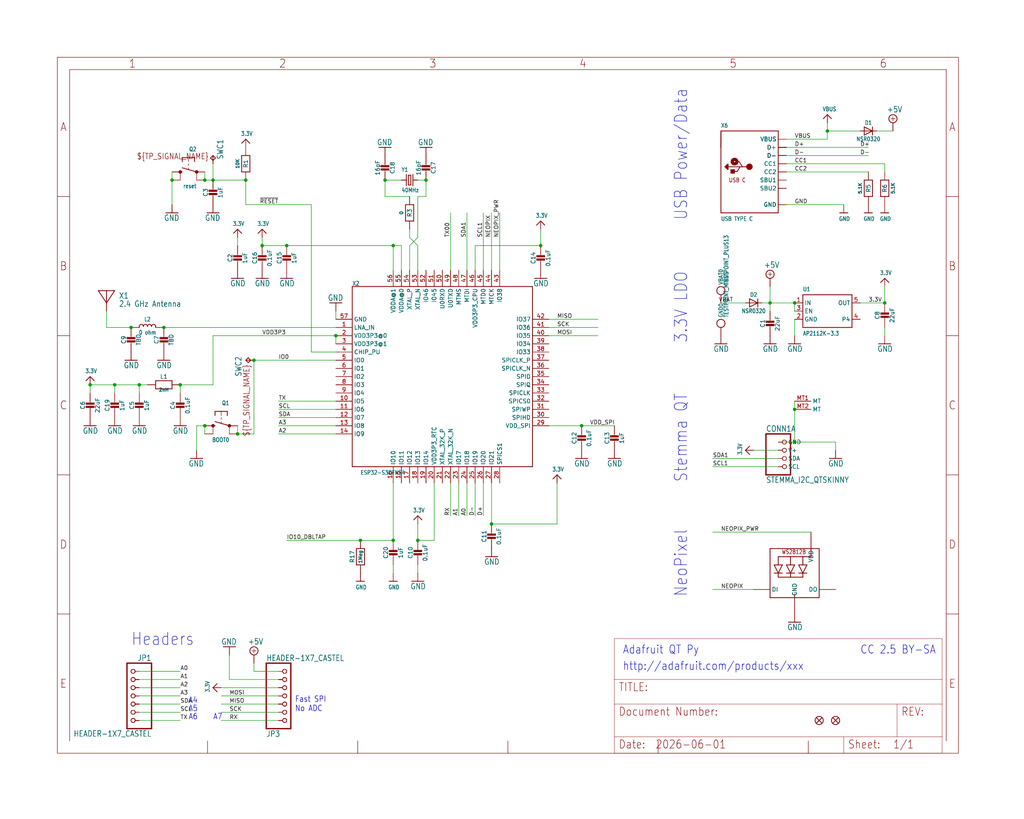
<source format=kicad_sch>
(kicad_sch (version 20231120) (generator "eeschema") (generator_version "8.0")
  (paper "User" 317.5 254.127)
  (junction (at 167.64 76.2))
  (junction (at 246.38 93.98))
  (junction (at 246.38 127))
  (junction (at 104.14 104.14))
  (junction (at 180.34 132.08))
  (junction (at 27.94 119.38))
  (junction (at 152.4 162.56))
  (junction (at 73.66 134.62))
  (junction (at 132.08 55.88))
  (junction (at 121.92 76.2))
  (junction (at 63.5 55.88))
  (junction (at 35.56 119.38))
  (junction (at 53.34 55.88))
  (junction (at 246.38 137.16))
  (junction (at 55.88 119.38))
  (junction (at 76.2 55.88))
  (junction (at 238.76 93.98))
  (junction (at 50.8 101.6))
  (junction (at 274.32 93.98))
  (junction (at 43.18 119.38))
  (junction (at 78.74 111.76))
  (junction (at 256.54 40.64))
  (junction (at 63.5 132.08))
  (junction (at 40.64 101.6))
  (junction (at 111.76 167.64))
  (junction (at 121.92 167.64))
  (junction (at 119.38 55.88))
  (junction (at 88.9 76.2))
  (junction (at 66.04 55.88))
  (junction (at 81.28 76.2))
  (junction (at 129.54 167.64))
  (wire (pts (xy 246.38 124.46) (xy 246.38 127)) (stroke (width 0.1524)))
  (wire (pts (xy 129.54 60.96) (xy 129.54 73.66)) (stroke (width 0.1524)))
  (wire (pts (xy 243.84 48.26) (xy 269.24 48.26)) (stroke (width 0.1524)))
  (wire (pts (xy 66.04 104.14) (xy 104.14 104.14)) (stroke (width 0.1524)))
  (wire (pts (xy 73.66 132.08) (xy 73.66 134.62)) (stroke (width 0.1524)))
  (wire (pts (xy 43.18 121.92) (xy 43.18 119.38)) (stroke (width 0.1524)))
  (wire (pts (xy 124.46 55.88) (xy 119.38 55.88)) (stroke (width 0.1524)))
  (wire (pts (xy 256.54 40.64) (xy 256.54 43.18)) (stroke (width 0.1524)))
  (wire (pts (xy 142.24 160.02) (xy 142.24 149.86)) (stroke (width 0.1524)))
  (wire (pts (xy 104.14 104.14) (xy 104.14 106.68)) (stroke (width 0.1524)))
  (wire (pts (xy 223.52 93.98) (xy 231.14 93.98)) (stroke (width 0.1524)))
  (wire (pts (xy 63.5 55.88) (xy 66.04 55.88)) (stroke (width 0.1524)))
  (wire (pts (xy 86.36 220.98) (xy 68.58 220.98)) (stroke (width 0.1524)))
  (wire (pts (xy 129.54 162.56) (xy 129.54 167.64)) (stroke (width 0.1524)))
  (wire (pts (xy 86.36 134.62) (xy 104.14 134.62)) (stroke (width 0.1524)))
  (wire (pts (xy 134.62 167.64) (xy 134.62 149.86)) (stroke (width 0.1524)))
  (wire (pts (xy 35.56 121.92) (xy 35.56 119.38)) (stroke (width 0.1524)))
  (wire (pts (xy 274.32 50.8) (xy 274.32 53.34)) (stroke (width 0.1524)))
  (wire (pts (xy 86.36 127) (xy 104.14 127)) (stroke (width 0.1524)))
  (wire (pts (xy 241.3 139.7) (xy 233.68 139.7)) (stroke (width 0.1524)))
  (wire (pts (xy 43.18 215.9) (xy 55.88 215.9)) (stroke (width 0.1524)))
  (wire (pts (xy 149.86 160.02) (xy 149.86 149.86)) (stroke (width 0.1524)))
  (wire (pts (xy 256.54 43.18) (xy 243.84 43.18)) (stroke (width 0.1524)))
  (wire (pts (xy 256.54 40.64) (xy 266.7 40.64)) (stroke (width 0.1524)))
  (wire (pts (xy 238.76 96.52) (xy 238.76 93.98)) (stroke (width 0.1524)))
  (wire (pts (xy 233.68 182.88) (xy 220.98 182.88)) (stroke (width 0.1524)))
  (wire (pts (xy 35.56 119.38) (xy 27.94 119.38)) (stroke (width 0.1524)))
  (wire (pts (xy 60.96 139.7) (xy 60.96 132.08)) (stroke (width 0.1524)))
  (wire (pts (xy 144.78 160.02) (xy 144.78 149.86)) (stroke (width 0.1524)))
  (wire (pts (xy 241.3 137.16) (xy 246.38 137.16)) (stroke (width 0.1524)))
  (wire (pts (xy 124.46 76.2) (xy 124.46 83.82)) (stroke (width 0.1524)))
  (wire (pts (xy 86.36 213.36) (xy 68.58 213.36)) (stroke (width 0.1524)))
  (wire (pts (xy 86.36 223.52) (xy 68.58 223.52)) (stroke (width 0.1524)))
  (wire (pts (xy 238.76 93.98) (xy 246.38 93.98)) (stroke (width 0.1524)))
  (wire (pts (xy 78.74 134.62) (xy 78.74 111.76)) (stroke (width 0.1524)))
  (wire (pts (xy 154.94 83.82) (xy 154.94 66.04)) (stroke (width 0.1524)))
  (wire (pts (xy 86.36 132.08) (xy 104.14 132.08)) (stroke (width 0.1524)))
  (wire (pts (xy 86.36 208.28) (xy 78.74 208.28)) (stroke (width 0.1524)))
  (wire (pts (xy 76.2 63.5) (xy 96.52 63.5)) (stroke (width 0.1524)))
  (wire (pts (xy 259.08 137.16) (xy 259.08 139.7)) (stroke (width 0.1524)))
  (wire (pts (xy 121.92 83.82) (xy 121.92 76.2)) (stroke (width 0.1524)))
  (wire (pts (xy 139.7 149.86) (xy 139.7 160.02)) (stroke (width 0.1524)))
  (wire (pts (xy 73.66 73.66) (xy 73.66 76.2)) (stroke (width 0.1524)))
  (wire (pts (xy 129.54 60.96) (xy 132.08 60.96)) (stroke (width 0.1524)))
  (wire (pts (xy 43.18 223.52) (xy 55.88 223.52)) (stroke (width 0.1524)))
  (wire (pts (xy 170.18 99.06) (xy 185.42 99.06)) (stroke (width 0.1524)))
  (wire (pts (xy 66.04 104.14) (xy 66.04 119.38)) (stroke (width 0.1524)))
  (wire (pts (xy 170.18 132.08) (xy 180.34 132.08)) (stroke (width 0.1524)))
  (wire (pts (xy 104.14 99.06) (xy 104.14 96.52)) (stroke (width 0.1524)))
  (wire (pts (xy 139.7 83.82) (xy 139.7 66.04)) (stroke (width 0.1524)))
  (wire (pts (xy 33.02 101.6) (xy 33.02 96.52)) (stroke (width 0.1524)))
  (wire (pts (xy 132.08 55.88) (xy 129.54 55.88)) (stroke (width 0.1524)))
  (wire (pts (xy 81.28 76.2) (xy 88.9 76.2)) (stroke (width 0.1524)))
  (wire (pts (xy 243.84 53.34) (xy 269.24 53.34)) (stroke (width 0.1524)))
  (wire (pts (xy 152.4 162.56) (xy 172.72 162.56)) (stroke (width 0.1524)))
  (wire (pts (xy 43.18 220.98) (xy 55.88 220.98)) (stroke (width 0.1524)))
  (wire (pts (xy 147.32 83.82) (xy 147.32 76.2)) (stroke (width 0.1524)))
  (wire (pts (xy 45.72 119.38) (xy 43.18 119.38)) (stroke (width 0.1524)))
  (wire (pts (xy 241.3 144.78) (xy 220.98 144.78)) (stroke (width 0.1524)))
  (wire (pts (xy 55.88 213.36) (xy 43.18 213.36)) (stroke (width 0.1524)))
  (wire (pts (xy 121.92 149.86) (xy 121.92 167.64)) (stroke (width 0.1524)))
  (wire (pts (xy 129.54 177.8) (xy 129.54 175.26)) (stroke (width 0.1524)))
  (wire (pts (xy 271.78 40.64) (xy 276.86 40.64)) (stroke (width 0.1524)))
  (wire (pts (xy 127 60.96) (xy 119.38 60.96)) (stroke (width 0.1524)))
  (wire (pts (xy 241.3 142.24) (xy 220.98 142.24)) (stroke (width 0.1524)))
  (wire (pts (xy 88.9 76.2) (xy 121.92 76.2)) (stroke (width 0.1524)))
  (wire (pts (xy 266.7 93.98) (xy 274.32 93.98)) (stroke (width 0.1524)))
  (wire (pts (xy 251.46 165.1) (xy 220.98 165.1)) (stroke (width 0.1524)))
  (wire (pts (xy 246.38 127) (xy 246.38 137.16)) (stroke (width 0.1524)))
  (wire (pts (xy 63.5 55.88) (xy 63.5 53.34)) (stroke (width 0.1524)))
  (wire (pts (xy 76.2 55.88) (xy 76.2 63.5)) (stroke (width 0.1524)))
  (wire (pts (xy 121.92 76.2) (xy 124.46 76.2)) (stroke (width 0.1524)))
  (wire (pts (xy 129.54 76.2) (xy 129.54 83.82)) (stroke (width 0.1524)))
  (wire (pts (xy 127 73.66) (xy 129.54 76.2)) (stroke (width 0.1524)))
  (wire (pts (xy 27.94 121.92) (xy 27.94 119.38)) (stroke (width 0.1524)))
  (wire (pts (xy 147.32 76.2) (xy 167.64 76.2)) (stroke (width 0.1524)))
  (wire (pts (xy 246.38 137.16) (xy 259.08 137.16)) (stroke (width 0.1524)))
  (wire (pts (xy 71.12 210.82) (xy 71.12 203.2)) (stroke (width 0.1524)))
  (wire (pts (xy 78.74 208.28) (xy 78.74 205.74)) (stroke (width 0.1524)))
  (wire (pts (xy 81.28 73.66) (xy 81.28 76.2)) (stroke (width 0.1524)))
  (wire (pts (xy 152.4 83.82) (xy 152.4 66.04)) (stroke (width 0.1524)))
  (wire (pts (xy 129.54 73.66) (xy 127 76.2)) (stroke (width 0.1524)))
  (wire (pts (xy 180.34 132.08) (xy 190.5 132.08)) (stroke (width 0.1524)))
  (wire (pts (xy 73.66 134.62) (xy 78.74 134.62)) (stroke (width 0.1524)))
  (wire (pts (xy 170.18 101.6) (xy 185.42 101.6)) (stroke (width 0.1524)))
  (wire (pts (xy 147.32 160.02) (xy 147.32 149.86)) (stroke (width 0.1524)))
  (wire (pts (xy 66.04 119.38) (xy 55.88 119.38)) (stroke (width 0.1524)))
  (wire (pts (xy 132.08 60.96) (xy 132.08 55.88)) (stroke (width 0.1524)))
  (wire (pts (xy 86.36 124.46) (xy 104.14 124.46)) (stroke (width 0.1524)))
  (wire (pts (xy 238.76 88.9) (xy 238.76 93.98)) (stroke (width 0.1524)))
  (wire (pts (xy 243.84 45.72) (xy 269.24 45.72)) (stroke (width 0.1524)))
  (wire (pts (xy 152.4 149.86) (xy 152.4 162.56)) (stroke (width 0.1524)))
  (wire (pts (xy 50.8 101.6) (xy 104.14 101.6)) (stroke (width 0.1524)))
  (wire (pts (xy 66.04 50.8) (xy 66.04 55.88)) (stroke (width 0.1524)))
  (wire (pts (xy 261.62 63.5) (xy 243.84 63.5)) (stroke (width 0.1524)))
  (wire (pts (xy 96.52 109.22) (xy 96.52 63.5)) (stroke (width 0.1524)))
  (wire (pts (xy 127 71.12) (xy 127 73.66)) (stroke (width 0.1524)))
  (wire (pts (xy 86.36 218.44) (xy 68.58 218.44)) (stroke (width 0.1524)))
  (wire (pts (xy 274.32 88.9) (xy 274.32 93.98)) (stroke (width 0.1524)))
  (wire (pts (xy 246.38 96.52) (xy 246.38 93.98)) (stroke (width 0.1524)))
  (wire (pts (xy 43.18 210.82) (xy 55.88 210.82)) (stroke (width 0.1524)))
  (wire (pts (xy 63.5 134.62) (xy 63.5 132.08)) (stroke (width 0.1524)))
  (wire (pts (xy 274.32 104.14) (xy 274.32 101.6)) (stroke (width 0.1524)))
  (wire (pts (xy 243.84 50.8) (xy 274.32 50.8)) (stroke (width 0.1524)))
  (wire (pts (xy 127 76.2) (xy 127 83.82)) (stroke (width 0.1524)))
  (wire (pts (xy 86.36 210.82) (xy 71.12 210.82)) (stroke (width 0.1524)))
  (wire (pts (xy 246.38 99.06) (xy 246.38 104.14)) (stroke (width 0.1524)))
  (wire (pts (xy 172.72 162.56) (xy 172.72 149.86)) (stroke (width 0.1524)))
  (wire (pts (xy 53.34 53.34) (xy 53.34 55.88)) (stroke (width 0.1524)))
  (wire (pts (xy 43.18 119.38) (xy 35.56 119.38)) (stroke (width 0.1524)))
  (wire (pts (xy 86.36 215.9) (xy 68.58 215.9)) (stroke (width 0.1524)))
  (wire (pts (xy 104.14 111.76) (xy 78.74 111.76)) (stroke (width 0.1524)))
  (wire (pts (xy 236.22 93.98) (xy 238.76 93.98)) (stroke (width 0.1524)))
  (wire (pts (xy 256.54 38.1) (xy 256.54 40.64)) (stroke (width 0.1524)))
  (wire (pts (xy 121.92 177.8) (xy 121.92 175.26)) (stroke (width 0.1524)))
  (wire (pts (xy 40.64 101.6) (xy 33.02 101.6)) (stroke (width 0.1524)))
  (wire (pts (xy 170.18 104.14) (xy 185.42 104.14)) (stroke (width 0.1524)))
  (wire (pts (xy 119.38 60.96) (xy 119.38 55.88)) (stroke (width 0.1524)))
  (wire (pts (xy 144.78 83.82) (xy 144.78 66.04)) (stroke (width 0.1524)))
  (wire (pts (xy 167.64 76.2) (xy 167.64 71.12)) (stroke (width 0.1524)))
  (wire (pts (xy 60.96 132.08) (xy 63.5 132.08)) (stroke (width 0.1524)))
  (wire (pts (xy 104.14 109.22) (xy 96.52 109.22)) (stroke (width 0.1524)))
  (wire (pts (xy 55.88 218.44) (xy 43.18 218.44)) (stroke (width 0.1524)))
  (wire (pts (xy 121.92 167.64) (xy 111.76 167.64)) (stroke (width 0.1524)))
  (wire (pts (xy 129.54 167.64) (xy 134.62 167.64)) (stroke (width 0.1524)))
  (wire (pts (xy 66.04 55.88) (xy 76.2 55.88)) (stroke (width 0.1524)))
  (wire (pts (xy 86.36 129.54) (xy 104.14 129.54)) (stroke (width 0.1524)))
  (wire (pts (xy 53.34 63.5) (xy 53.34 55.88)) (stroke (width 0.1524)))
  (wire (pts (xy 111.76 167.64) (xy 88.9 167.64)) (stroke (width 0.1524)))
  (wire (pts (xy 55.88 208.28) (xy 43.18 208.28)) (stroke (width 0.1524)))
  (wire (pts (xy 55.88 119.38) (xy 55.88 121.92)) (stroke (width 0.1524)))
  (wire (pts (xy 149.86 66.04) (xy 149.86 83.82)) (stroke (width 0.1524)))
  (text "USB Power/Data" (at 213.36 68.58 90) (effects (font (size 3.81 3.2385)) (justify left bottom)))
  (text "CC 2.5 BY-SA" (at 266.7 203.2 0) (effects (font (size 2.54 2.159)) (justify left bottom)))
  (text "A5" (at 58.42 220.98 0) (effects (font (size 1.778 1.5113)) (justify left bottom)))
  (text "Fast SPI\nNo ADC" (at 91.44 220.98 0) (effects (font (size 1.778 1.5113)) (justify left bottom)))
  (text "NeoPixel" (at 213.36 185.42 90) (effects (font (size 3.81 3.2385)) (justify left bottom)))
  (text "Stemma QT" (at 213.36 149.86 90) (effects (font (size 3.81 3.2385)) (justify left bottom)))
  (text "A4" (at 58.42 218.44 0) (effects (font (size 1.778 1.5113)) (justify left bottom)))
  (text "Adafruit QT Py" (at 193.04 203.2 0) (effects (font (size 2.54 2.159)) (justify left bottom)))
  (text "Headers" (at 40.64 200.66 0) (effects (font (size 3.81 3.2385)) (justify left bottom)))
  (text "http://adafruit.com/products/xxx" (at 193.04 208.28 0) (effects (font (size 2.54 2.159)) (justify left bottom)))
  (text "3.3V LDO" (at 213.36 106.68 90) (effects (font (size 3.81 3.2385)) (justify left bottom)))
  (text "A6" (at 58.42 223.52 0) (effects (font (size 1.778 1.5113)) (justify left bottom)))
  (text "A7" (at 66.04 223.52 0) (effects (font (size 1.778 1.5113)) (justify left bottom)))
  (label "VBAT" (at 227.33 93.98 180) (effects (font (size 1.2446 1.2446))))
  (label "MISO" (at 172.72 99.06 0) (effects (font (size 1.2446 1.2446))))
  (label "IO0" (at 86.36 111.76 0) (effects (font (size 1.2446 1.2446))))
  (label "SDA1" (at 144.78 73.66 90) (effects (font (size 1.2446 1.2446))))
  (label "D+" (at 149.86 160.02 90) (effects (font (size 1.2446 1.2446))))
  (label "NEOPIX" (at 152.4 73.66 90) (effects (font (size 1.2446 1.2446))))
  (label "SCK" (at 71.12 220.98 0) (effects (font (size 1.2446 1.2446))))
  (label "NEOPIX_PWR" (at 154.94 73.66 90) (effects (font (size 1.2446 1.2446))))
  (label "CC2" (at 246.38 53.34 0) (effects (font (size 1.2446 1.2446))))
  (label "SCL1" (at 149.86 73.66 90) (effects (font (size 1.2446 1.2446))))
  (label "RX" (at 71.12 223.52 0) (effects (font (size 1.2446 1.2446))))
  (label "D+" (at 266.7 45.72 0) (effects (font (size 1.2446 1.2446))))
  (label "SDA" (at 86.36 129.54 0) (effects (font (size 1.2446 1.2446))))
  (label "SDA" (at 55.88 218.44 0) (effects (font (size 1.2446 1.2446))))
  (label "NEOPIX_PWR" (at 223.52 165.1 0) (effects (font (size 1.2446 1.2446))))
  (label "IO10_DBLTAP" (at 88.9 167.64 0) (effects (font (size 1.2446 1.2446))))
  (label "VDD3P3" (at 81.28 104.14 0) (effects (font (size 1.2446 1.2446))))
  (label "SDA1" (at 220.98 142.24 0) (effects (font (size 1.2446 1.2446))))
  (label "~{RESET}" (at 86.36 63.5 180) (effects (font (size 1.2446 1.2446))))
  (label "TX00" (at 139.7 73.66 90) (effects (font (size 1.2446 1.2446))))
  (label "GND" (at 246.38 63.5 0) (effects (font (size 1.2446 1.2446))))
  (label "D-" (at 147.32 160.02 90) (effects (font (size 1.2446 1.2446))))
  (label "A0" (at 144.78 160.02 90) (effects (font (size 1.2446 1.2446))))
  (label "CC1" (at 246.38 50.8 0) (effects (font (size 1.2446 1.2446))))
  (label "D+" (at 246.38 45.72 0) (effects (font (size 1.2446 1.2446))))
  (label "A1" (at 55.88 210.82 0) (effects (font (size 1.2446 1.2446))))
  (label "SCK" (at 172.72 101.6 0) (effects (font (size 1.2446 1.2446))))
  (label "TX" (at 55.88 223.52 0) (effects (font (size 1.2446 1.2446))))
  (label "VBUS" (at 246.38 43.18 0) (effects (font (size 1.2446 1.2446))))
  (label "3.3V" (at 269.24 93.98 0) (effects (font (size 1.2446 1.2446))))
  (label "A3" (at 55.88 215.9 0) (effects (font (size 1.2446 1.2446))))
  (label "D-" (at 266.7 48.26 0) (effects (font (size 1.2446 1.2446))))
  (label "TX" (at 86.36 124.46 0) (effects (font (size 1.2446 1.2446))))
  (label "RX" (at 139.7 160.02 90) (effects (font (size 1.2446 1.2446))))
  (label "A3" (at 86.36 132.08 0) (effects (font (size 1.2446 1.2446))))
  (label "MISO" (at 71.12 218.44 0) (effects (font (size 1.2446 1.2446))))
  (label "SCL" (at 55.88 220.98 0) (effects (font (size 1.2446 1.2446))))
  (label "D-" (at 246.38 48.26 0) (effects (font (size 1.2446 1.2446))))
  (label "A0" (at 55.88 208.28 0) (effects (font (size 1.2446 1.2446))))
  (label "A1" (at 142.24 160.02 90) (effects (font (size 1.2446 1.2446))))
  (label "SCL" (at 86.36 127 0) (effects (font (size 1.2446 1.2446))))
  (label "SCL1" (at 220.98 144.78 0) (effects (font (size 1.2446 1.2446))))
  (label "A2" (at 86.36 134.62 0) (effects (font (size 1.2446 1.2446))))
  (label "A2" (at 55.88 213.36 0) (effects (font (size 1.2446 1.2446))))
  (label "NEOPIX" (at 223.52 182.88 0) (effects (font (size 1.2446 1.2446))))
  (label "MOSI" (at 71.12 215.9 0) (effects (font (size 1.2446 1.2446))))
  (label "VDD_SPI" (at 182.88 132.08 0) (effects (font (size 1.2446 1.2446))))
  (label "MOSI" (at 172.72 104.14 0) (effects (font (size 1.2446 1.2446))))
  (symbol (lib_id "Adafruit QT Py ESP32-S3-eagle-import:RESISTOR_0402NO") (at 111.76 172.72 90) (unit 1)
    (property "Reference" "R17" (at 109.22 172.72 0))
    (property "Value" "1Meg" (at 111.76 172.72 0) (effects (font (size 1.016 1.016) (bold yes))))
    (property "Footprint" "Adafruit QT Py ESP32-S3:_0402NO" (effects (hide yes)))
  )
  (symbol (lib_id "Adafruit QT Py ESP32-S3-eagle-import:3.3V") (at 66.04 213.36 90) (unit 1)
    (property "Reference" "#U$10" (effects (hide yes)))
    (property "Value" "3.3V" (at 65.024 214.884 0) (effects (font (size 1.27 1.0795)) (justify left bottom)))
  )
  (symbol (lib_id "Adafruit QT Py ESP32-S3-eagle-import:FRAME_A_L") (at 190.5 233.68 0) (unit 2)
    (property "Reference" "#FRAME1" (effects (hide yes)))
    (property "Value" "FRAME_A_L" (effects (hide yes)))
  )
  (symbol (lib_id "Adafruit QT Py ESP32-S3-eagle-import:TESTPOINT_MINUS") (at 223.52 104.14 0) (unit 1)
    (property "Reference" "GND0" (at 223.52 98.552 90) (effects (font (size 1.27 1.0795)) (justify left)))
    (property "Value" "TESTPOINT_MINUS" (at 225.171 98.552 90) (effects (font (size 1.27 1.0795)) (justify left)))
    (property "Footprint" "Adafruit QT Py ESP32-S3:TESTPOINT_MINUS_1X3MM" (effects (hide yes)))
  )
  (symbol (lib_id "Adafruit QT Py ESP32-S3-eagle-import:CAP_CERAMIC_0402NO") (at 66.04 60.96 0) (unit 1)
    (property "Reference" "C3" (at 63.75 59.71 90))
    (property "Value" "1uF" (at 68.34 59.71 90))
    (property "Footprint" "Adafruit QT Py ESP32-S3:_0402NO" (effects (hide yes)))
  )
  (symbol (lib_id "Adafruit QT Py ESP32-S3-eagle-import:GND") (at 223.52 106.68 0) (mirror y) (unit 1)
    (property "Reference" "#GND27" (effects (hide yes)))
    (property "Value" "GND" (at 226.06 109.22 0) (effects (font (size 1.778 1.5113)) (justify left bottom)))
  )
  (symbol (lib_id "Adafruit QT Py ESP32-S3-eagle-import:USB_C") (at 233.68 53.34 0) (unit 1)
    (property "Reference" "X6" (at 223.52 39.624 0) (effects (font (size 1.27 1.0795)) (justify left bottom)))
    (property "Value" "USB TYPE C" (at 223.52 68.58 0) (effects (font (size 1.27 1.0795)) (justify left bottom)))
    (property "Footprint" "Adafruit QT Py ESP32-S3:USB_C_CUSB31-CFM2AX-01-X" (effects (hide yes)))
  )
  (symbol (lib_id "Adafruit QT Py ESP32-S3-eagle-import:microbuilder_GND") (at 261.62 66.04 0) (unit 1)
    (property "Reference" "#U$1" (effects (hide yes)))
    (property "Value" "GND" (at 260.096 68.58 0) (effects (font (size 1.27 1.0795)) (justify left bottom)))
  )
  (symbol (lib_id "Adafruit QT Py ESP32-S3-eagle-import:CAP_CERAMIC_0402NO") (at 55.88 127 0) (unit 1)
    (property "Reference" "C4" (at 53.59 125.75 90))
    (property "Value" "0.1uF" (at 58.18 125.75 90))
    (property "Footprint" "Adafruit QT Py ESP32-S3:_0402NO" (effects (hide yes)))
  )
  (symbol (lib_id "Adafruit QT Py ESP32-S3-eagle-import:RESISTOR_0402NO") (at 50.8 119.38 0) (unit 1)
    (property "Reference" "L1" (at 50.8 116.84 0))
    (property "Value" "2nH" (at 50.8 120.92 0) (effects (font (size 1.016 1.016) (bold yes))))
    (property "Footprint" "Adafruit QT Py ESP32-S3:_0402NO" (effects (hide yes)))
  )
  (symbol (lib_id "Adafruit QT Py ESP32-S3-eagle-import:CAP_CERAMIC_0402NO") (at 73.66 81.28 0) (unit 1)
    (property "Reference" "C2" (at 71.37 80.03 90))
    (property "Value" "1uF" (at 75.96 80.03 90))
    (property "Footprint" "Adafruit QT Py ESP32-S3:_0402NO" (effects (hide yes)))
  )
  (symbol (lib_id "Adafruit QT Py ESP32-S3-eagle-import:microbuilder_GND") (at 274.32 66.04 0) (unit 1)
    (property "Reference" "#U$14" (effects (hide yes)))
    (property "Value" "GND" (at 272.796 68.58 0) (effects (font (size 1.27 1.0795)) (justify left bottom)))
  )
  (symbol (lib_id "Adafruit QT Py ESP32-S3-eagle-import:3.3V") (at 231.14 139.7 90) (unit 1)
    (property "Reference" "#U$2" (effects (hide yes)))
    (property "Value" "3.3V" (at 230.124 141.224 0) (effects (font (size 1.27 1.0795)) (justify left bottom)))
  )
  (symbol (lib_id "Adafruit QT Py ESP32-S3-eagle-import:GND") (at 50.8 111.76 0) (mirror y) (unit 1)
    (property "Reference" "#GND16" (effects (hide yes)))
    (property "Value" "GND" (at 53.34 114.3 0) (effects (font (size 1.778 1.5113)) (justify left bottom)))
  )
  (symbol (lib_id "Adafruit QT Py ESP32-S3-eagle-import:CAP_CERAMIC_0402NO") (at 152.4 167.64 0) (unit 1)
    (property "Reference" "C11" (at 150.11 166.39 90))
    (property "Value" "0.1uF" (at 154.7 166.39 90))
    (property "Footprint" "Adafruit QT Py ESP32-S3:_0402NO" (effects (hide yes)))
  )
  (symbol (lib_id "Adafruit QT Py ESP32-S3-eagle-import:CAP_CERAMIC_0402NO") (at 167.64 81.28 0) (unit 1)
    (property "Reference" "C14" (at 165.35 80.03 90))
    (property "Value" "0.1uF" (at 169.94 80.03 90))
    (property "Footprint" "Adafruit QT Py ESP32-S3:_0402NO" (effects (hide yes)))
  )
  (symbol (lib_id "Adafruit QT Py ESP32-S3-eagle-import:GND") (at 35.56 132.08 0) (mirror y) (unit 1)
    (property "Reference" "#GND18" (effects (hide yes)))
    (property "Value" "GND" (at 38.1 134.62 0) (effects (font (size 1.778 1.5113)) (justify left bottom)))
  )
  (symbol (lib_id "Adafruit QT Py ESP32-S3-eagle-import:CAP_CERAMIC_0402NO") (at 35.56 127 0) (unit 1)
    (property "Reference" "C19" (at 33.27 125.75 90))
    (property "Value" "1uF" (at 37.86 125.75 90))
    (property "Footprint" "Adafruit QT Py ESP32-S3:_0402NO" (effects (hide yes)))
  )
  (symbol (lib_id "Adafruit QT Py ESP32-S3-eagle-import:CAP_CERAMIC_0402NO") (at 119.38 50.8 180) (unit 1)
    (property "Reference" "C18" (at 121.67 52.05 90))
    (property "Value" "16pF" (at 117.08 52.05 90))
    (property "Footprint" "Adafruit QT Py ESP32-S3:_0402NO" (effects (hide yes)))
  )
  (symbol (lib_id "Adafruit QT Py ESP32-S3-eagle-import:3.3V") (at 76.2 43.18 0) (unit 1)
    (property "Reference" "#U$4" (effects (hide yes)))
    (property "Value" "3.3V" (at 74.676 42.164 0) (effects (font (size 1.27 1.0795)) (justify left bottom)))
  )
  (symbol (lib_id "Adafruit QT Py ESP32-S3-eagle-import:ESP32-S3QFN54") (at 137.16 116.84 0) (unit 1)
    (property "Reference" "X2" (at 109.22 88.646 0) (effects (font (size 1.27 1.0795)) (justify left bottom)))
    (property "Value" "ESP32-S3QFN54" (at 111.76 147.32 0) (effects (font (size 1.27 1.0795)) (justify left bottom)))
    (property "Footprint" "Adafruit QT Py ESP32-S3:QFN56_7X7" (effects (hide yes)))
  )
  (symbol (lib_id "Adafruit QT Py ESP32-S3-eagle-import:3.3V") (at 274.32 86.36 0) (unit 1)
    (property "Reference" "#U$16" (effects (hide yes)))
    (property "Value" "3.3V" (at 272.796 85.344 0) (effects (font (size 1.27 1.0795)) (justify left bottom)))
  )
  (symbol (lib_id "Adafruit QT Py ESP32-S3-eagle-import:GND") (at 81.28 86.36 0) (mirror y) (unit 1)
    (property "Reference" "#GND23" (effects (hide yes)))
    (property "Value" "GND" (at 83.82 88.9 0) (effects (font (size 1.778 1.5113)) (justify left bottom)))
  )
  (symbol (lib_id "Adafruit QT Py ESP32-S3-eagle-import:INDUCTOR_0402") (at 45.72 101.6 0) (unit 1)
    (property "Reference" "L2" (at 45.72 99.06 0) (effects (font (size 1.27 1.0795))))
    (property "Value" "0 ohm" (at 45.72 103.14 0) (effects (font (size 1.27 1.0795))))
    (property "Footprint" "Adafruit QT Py ESP32-S3:_0402" (effects (hide yes)))
  )
  (symbol (lib_id "Adafruit QT Py ESP32-S3-eagle-import:VBUS") (at 256.54 35.56 0) (unit 1)
    (property "Reference" "#U$5" (effects (hide yes)))
    (property "Value" "VBUS" (at 255.016 34.544 0) (effects (font (size 1.27 1.0795)) (justify left bottom)))
  )
  (symbol (lib_id "Adafruit QT Py ESP32-S3-eagle-import:HEADER-1X7_CASTEL") (at 88.9 215.9 0) (mirror x) (unit 1)
    (property "Reference" "JP3" (at 82.55 226.695 0) (effects (font (size 1.778 1.5113)) (justify left bottom)))
    (property "Value" "HEADER-1X7_CASTEL" (at 82.55 203.2 0) (effects (font (size 1.778 1.5113)) (justify left bottom)))
    (property "Footprint" "Adafruit QT Py ESP32-S3:1X07_CASTEL" (effects (hide yes)))
  )
  (symbol (lib_id "Adafruit QT Py ESP32-S3-eagle-import:3.3V") (at 167.64 68.58 0) (unit 1)
    (property "Reference" "#U$23" (effects (hide yes)))
    (property "Value" "3.3V" (at 166.116 67.564 0) (effects (font (size 1.27 1.0795)) (justify left bottom)))
  )
  (symbol (lib_id "Adafruit QT Py ESP32-S3-eagle-import:TPB1,27") (at 76.2 111.76 90) (mirror x) (unit 1)
    (property "Reference" "SWC2" (at 74.93 110.49 0) (effects (font (size 1.778 1.5113)) (justify left bottom)))
    (property "Value" "TPB1,27" (effects (hide yes)))
    (property "Footprint" "Adafruit QT Py ESP32-S3:B1,27" (effects (hide yes)))
  )
  (symbol (lib_id "Adafruit QT Py ESP32-S3-eagle-import:3.3V") (at 73.66 71.12 0) (unit 1)
    (property "Reference" "#U$17" (effects (hide yes)))
    (property "Value" "3.3V" (at 72.136 70.104 0) (effects (font (size 1.27 1.0795)) (justify left bottom)))
  )
  (symbol (lib_id "Adafruit QT Py ESP32-S3-eagle-import:RESISTOR_0402NO") (at 269.24 58.42 90) (unit 1)
    (property "Reference" "R5" (at 269.24 58.42 0))
    (property "Value" "5.1K" (at 266.7 58.42 0) (effects (font (size 1.016 1.016) (bold yes))))
    (property "Footprint" "Adafruit QT Py ESP32-S3:_0402NO" (effects (hide yes)))
  )
  (symbol (lib_id "Adafruit QT Py ESP32-S3-eagle-import:GND") (at 119.38 45.72 0) (mirror x) (unit 1)
    (property "Reference" "#GND25" (effects (hide yes)))
    (property "Value" "GND" (at 116.84 43.18 0) (effects (font (size 1.778 1.5113)) (justify left bottom)))
  )
  (symbol (lib_id "Adafruit QT Py ESP32-S3-eagle-import:GND") (at 66.04 66.04 0) (unit 1)
    (property "Reference" "#GND4" (effects (hide yes)))
    (property "Value" "GND" (at 63.5 68.58 0) (effects (font (size 1.778 1.5113)) (justify left bottom)))
  )
  (symbol (lib_id "Adafruit QT Py ESP32-S3-eagle-import:DIODE_SOD323MINI") (at 269.24 40.64 0) (unit 1)
    (property "Reference" "D1" (at 269.24 38.1 0) (effects (font (size 1.27 1.0795))))
    (property "Value" "NSR0320" (at 269.24 43.14 0) (effects (font (size 1.27 1.0795))))
    (property "Footprint" "Adafruit QT Py ESP32-S3:SOD-323_MINI" (effects (hide yes)))
  )
  (symbol (lib_id "Adafruit QT Py ESP32-S3-eagle-import:CAP_CERAMIC_0402NO") (at 43.18 127 0) (unit 1)
    (property "Reference" "C5" (at 40.89 125.75 90))
    (property "Value" "1uF" (at 45.48 125.75 90))
    (property "Footprint" "Adafruit QT Py ESP32-S3:_0402NO" (effects (hide yes)))
  )
  (symbol (lib_id "Adafruit QT Py ESP32-S3-eagle-import:CAP_CERAMIC_0402NO") (at 40.64 106.68 0) (unit 1)
    (property "Reference" "C9" (at 38.35 105.43 90))
    (property "Value" "TBD" (at 42.94 105.43 90))
    (property "Footprint" "Adafruit QT Py ESP32-S3:_0402NO" (effects (hide yes)))
  )
  (symbol (lib_id "Adafruit QT Py ESP32-S3-eagle-import:microbuilder_GND") (at 111.76 180.34 0) (unit 1)
    (property "Reference" "#U$26" (effects (hide yes)))
    (property "Value" "GND" (at 110.236 182.88 0) (effects (font (size 1.27 1.0795)) (justify left bottom)))
  )
  (symbol (lib_id "Adafruit QT Py ESP32-S3-eagle-import:GND") (at 274.32 106.68 0) (mirror y) (unit 1)
    (property "Reference" "#GND12" (effects (hide yes)))
    (property "Value" "GND" (at 276.86 109.22 0) (effects (font (size 1.778 1.5113)) (justify left bottom)))
  )
  (symbol (lib_id "Adafruit QT Py ESP32-S3-eagle-import:GND") (at 73.66 86.36 0) (mirror y) (unit 1)
    (property "Reference" "#GND5" (effects (hide yes)))
    (property "Value" "GND" (at 76.2 88.9 0) (effects (font (size 1.778 1.5113)) (justify left bottom)))
  )
  (symbol (lib_id "Adafruit QT Py ESP32-S3-eagle-import:GND") (at 259.08 142.24 0) (mirror y) (unit 1)
    (property "Reference" "#GND8" (effects (hide yes)))
    (property "Value" "GND" (at 261.62 144.78 0) (effects (font (size 1.778 1.5113)) (justify left bottom)))
  )
  (symbol (lib_id "Adafruit QT Py ESP32-S3-eagle-import:GND") (at 129.54 180.34 0) (mirror y) (unit 1)
    (property "Reference" "#GND17" (effects (hide yes)))
    (property "Value" "GND" (at 132.08 182.88 0) (effects (font (size 1.778 1.5113)) (justify left bottom)))
  )
  (symbol (lib_id "Adafruit QT Py ESP32-S3-eagle-import:CAP_CERAMIC_0402NO") (at 190.5 137.16 0) (unit 1)
    (property "Reference" "C13" (at 188.21 135.91 90))
    (property "Value" "1uF" (at 192.8 135.91 90))
    (property "Footprint" "Adafruit QT Py ESP32-S3:_0402NO" (effects (hide yes)))
  )
  (symbol (lib_id "Adafruit QT Py ESP32-S3-eagle-import:CAP_CERAMIC0805-NOOUTLINE") (at 27.94 127 0) (unit 1)
    (property "Reference" "C6" (at 25.65 125.75 90))
    (property "Value" "22uF" (at 30.24 125.75 90))
    (property "Footprint" "Adafruit QT Py ESP32-S3:0805-NO" (effects (hide yes)))
  )
  (symbol (lib_id "Adafruit QT Py ESP32-S3-eagle-import:3.3V") (at 81.28 71.12 0) (unit 1)
    (property "Reference" "#U$24" (effects (hide yes)))
    (property "Value" "3.3V" (at 79.756 70.104 0) (effects (font (size 1.27 1.0795)) (justify left bottom)))
  )
  (symbol (lib_id "Adafruit QT Py ESP32-S3-eagle-import:STEMMA_I2C_QTSKINNY") (at 246.38 124.46 0) (unit 2)
    (property "Reference" "CONN1" (effects (hide yes)))
    (property "Value" "STEMMA_I2C_QTSKINNY" (effects (hide yes)))
    (property "Footprint" "Adafruit QT Py ESP32-S3:JST_SH4_SKINNY" (effects (hide yes)))
  )
  (symbol (lib_id "Adafruit QT Py ESP32-S3-eagle-import:GND") (at 88.9 86.36 0) (mirror y) (unit 1)
    (property "Reference" "#GND24" (effects (hide yes)))
    (property "Value" "GND" (at 91.44 88.9 0) (effects (font (size 1.778 1.5113)) (justify left bottom)))
  )
  (symbol (lib_id "Adafruit QT Py ESP32-S3-eagle-import:GND") (at 104.14 93.98 0) (mirror x) (unit 1)
    (property "Reference" "#GND9" (effects (hide yes)))
    (property "Value" "GND" (at 101.6 91.44 0) (effects (font (size 1.778 1.5113)) (justify left bottom)))
  )
  (symbol (lib_id "Adafruit QT Py ESP32-S3-eagle-import:3.3V") (at 129.54 160.02 0) (unit 1)
    (property "Reference" "#U$20" (effects (hide yes)))
    (property "Value" "3.3V" (at 128.016 159.004 0) (effects (font (size 1.27 1.0795)) (justify left bottom)))
  )
  (symbol (lib_id "Adafruit QT Py ESP32-S3-eagle-import:GND") (at 132.08 45.72 0) (mirror x) (unit 1)
    (property "Reference" "#GND26" (effects (hide yes)))
    (property "Value" "GND" (at 129.54 43.18 0) (effects (font (size 1.778 1.5113)) (justify left bottom)))
  )
  (symbol (lib_id "Adafruit QT Py ESP32-S3-eagle-import:3.3V") (at 27.94 116.84 0) (unit 1)
    (property "Reference" "#U$19" (effects (hide yes)))
    (property "Value" "3.3V" (at 26.416 115.824 0) (effects (font (size 1.27 1.0795)) (justify left bottom)))
  )
  (symbol (lib_id "Adafruit QT Py ESP32-S3-eagle-import:STEMMA_I2C_QTSKINNY") (at 241.3 142.24 0) (unit 1)
    (property "Reference" "CONN1" (at 237.49 133.985 0) (effects (font (size 1.778 1.5113)) (justify left bottom)))
    (property "Value" "STEMMA_I2C_QTSKINNY" (at 237.49 149.86 0) (effects (font (size 1.778 1.5113)) (justify left bottom)))
    (property "Footprint" "Adafruit QT Py ESP32-S3:JST_SH4_SKINNY" (effects (hide yes)))
  )
  (symbol (lib_id "Adafruit QT Py ESP32-S3-eagle-import:CAP_CERAMIC_0402NO") (at 81.28 81.28 0) (unit 1)
    (property "Reference" "C16" (at 78.99 80.03 90))
    (property "Value" "0.1uF" (at 83.58 80.03 90))
    (property "Footprint" "Adafruit QT Py ESP32-S3:_0402NO" (effects (hide yes)))
  )
  (symbol (lib_id "Adafruit QT Py ESP32-S3-eagle-import:CAP_CERAMIC_0402NO") (at 88.9 81.28 0) (unit 1)
    (property "Reference" "C15" (at 86.61 80.03 90))
    (property "Value" "1uF" (at 91.2 80.03 90))
    (property "Footprint" "Adafruit QT Py ESP32-S3:_0402NO" (effects (hide yes)))
  )
  (symbol (lib_id "Adafruit QT Py ESP32-S3-eagle-import:WS2812B_SK6805_1515") (at 246.38 180.34 0) (unit 1)
    (property "Reference" "LED1" (effects (hide yes)))
    (property "Value" "WS2812B_SK6805_1515" (effects (hide yes)))
    (property "Footprint" "Adafruit QT Py ESP32-S3:SK6805_1515" (effects (hide yes)))
  )
  (symbol (lib_id "Adafruit QT Py ESP32-S3-eagle-import:CRYSTAL_2X1.6MM") (at 127 55.88 0) (unit 1)
    (property "Reference" "Y1" (at 124.46 53.34 0) (effects (font (size 1.27 1.0795)) (justify left bottom)))
    (property "Value" "40MHz" (at 124.46 59.69 0) (effects (font (size 1.27 1.0795)) (justify left bottom)))
    (property "Footprint" "Adafruit QT Py ESP32-S3:CRYSTAL_2X1.6" (effects (hide yes)))
  )
  (symbol (lib_id "Adafruit QT Py ESP32-S3-eagle-import:GND") (at 40.64 111.76 0) (mirror y) (unit 1)
    (property "Reference" "#GND15" (effects (hide yes)))
    (property "Value" "GND" (at 43.18 114.3 0) (effects (font (size 1.778 1.5113)) (justify left bottom)))
  )
  (symbol (lib_id "Adafruit QT Py ESP32-S3-eagle-import:GND") (at 190.5 142.24 0) (mirror y) (unit 1)
    (property "Reference" "#GND21" (effects (hide yes)))
    (property "Value" "GND" (at 193.04 144.78 0) (effects (font (size 1.778 1.5113)) (justify left bottom)))
  )
  (symbol (lib_id "Adafruit QT Py ESP32-S3-eagle-import:CAP_CERAMIC_0402NO") (at 132.08 50.8 180) (unit 1)
    (property "Reference" "C17" (at 134.37 52.05 90))
    (property "Value" "16pF" (at 129.78 52.05 90))
    (property "Footprint" "Adafruit QT Py ESP32-S3:_0402NO" (effects (hide yes)))
  )
  (symbol (lib_id "Adafruit QT Py ESP32-S3-eagle-import:DIODE_SOD323MINI") (at 233.68 93.98 0) (unit 1)
    (property "Reference" "D2" (at 233.68 91.44 0) (effects (font (size 1.27 1.0795))))
    (property "Value" "NSR0320" (at 233.68 96.48 0) (effects (font (size 1.27 1.0795))))
    (property "Footprint" "Adafruit QT Py ESP32-S3:SOD-323_MINI" (effects (hide yes)))
  )
  (symbol (lib_id "Adafruit QT Py ESP32-S3-eagle-import:CAP_CERAMIC_0402NO") (at 121.92 172.72 0) (unit 1)
    (property "Reference" "C20" (at 119.63 171.47 90))
    (property "Value" "1uF" (at 124.22 171.47 90))
    (property "Footprint" "Adafruit QT Py ESP32-S3:_0402NO" (effects (hide yes)))
  )
  (symbol (lib_id "Adafruit QT Py ESP32-S3-eagle-import:VREG_SOT23-5") (at 256.54 96.52 0) (unit 1)
    (property "Reference" "U1" (at 248.92 90.424 0) (effects (font (size 1.27 1.0795)) (justify left bottom)))
    (property "Value" "AP2112K-3.3" (at 248.92 104.14 0) (effects (font (size 1.27 1.0795)) (justify left bottom)))
    (property "Footprint" "Adafruit QT Py ESP32-S3:SOT23-5" (effects (hide yes)))
  )
  (symbol (lib_id "Adafruit QT Py ESP32-S3-eagle-import:SWITCH_TACT_SMT4.6X2.8") (at 68.58 132.08 0) (mirror y) (unit 1)
    (property "Reference" "Q1" (at 71.12 125.73 0) (effects (font (size 1.27 1.0795)) (justify left bottom)))
    (property "Value" "BOOT0" (at 71.12 137.16 0) (effects (font (size 1.27 1.0795)) (justify left bottom)))
    (property "Footprint" "Adafruit QT Py ESP32-S3:BTN_KMR2_4.6X2.8" (effects (hide yes)))
  )
  (symbol (lib_id "Adafruit QT Py ESP32-S3-eagle-import:TPB1,27") (at 66.04 48.26 0) (mirror y) (unit 1)
    (property "Reference" "SWC1" (at 67.31 49.53 90) (effects (font (size 1.778 1.5113)) (justify left bottom)))
    (property "Value" "TPB1,27" (effects (hide yes)))
    (property "Footprint" "Adafruit QT Py ESP32-S3:B1,27" (effects (hide yes)))
  )
  (symbol (lib_id "Adafruit QT Py ESP32-S3-eagle-import:FIDUCIAL_1MM") (at 254 223.52 0) (unit 1)
    (property "Reference" "U$8" (effects (hide yes)))
    (property "Value" "FIDUCIAL_1MM" (effects (hide yes)))
    (property "Footprint" "Adafruit QT Py ESP32-S3:FIDUCIAL_1MM" (effects (hide yes)))
  )
  (symbol (lib_id "Adafruit QT Py ESP32-S3-eagle-import:GND") (at 246.38 193.04 0) (mirror y) (unit 1)
    (property "Reference" "#GND6" (effects (hide yes)))
    (property "Value" "GND" (at 248.92 195.58 0) (effects (font (size 1.778 1.5113)) (justify left bottom)))
  )
  (symbol (lib_id "Adafruit QT Py ESP32-S3-eagle-import:GND") (at 27.94 132.08 0) (mirror y) (unit 1)
    (property "Reference" "#GND10" (effects (hide yes)))
    (property "Value" "GND" (at 30.48 134.62 0) (effects (font (size 1.778 1.5113)) (justify left bottom)))
  )
  (symbol (lib_id "Adafruit QT Py ESP32-S3-eagle-import:GND") (at 167.64 86.36 0) (mirror y) (unit 1)
    (property "Reference" "#GND22" (effects (hide yes)))
    (property "Value" "GND" (at 170.18 88.9 0) (effects (font (size 1.778 1.5113)) (justify left bottom)))
  )
  (symbol (lib_id "Adafruit QT Py ESP32-S3-eagle-import:RESISTOR_0402NO") (at 76.2 50.8 270) (unit 1)
    (property "Reference" "R1" (at 76.2 50.8 0))
    (property "Value" "10K" (at 73.66 50.8 0) (effects (font (size 1.016 1.016) (bold yes))))
    (property "Footprint" "Adafruit QT Py ESP32-S3:_0402NO" (effects (hide yes)))
  )
  (symbol (lib_id "Adafruit QT Py ESP32-S3-eagle-import:GND") (at 246.38 106.68 0) (mirror y) (unit 1)
    (property "Reference" "#GND1" (effects (hide yes)))
    (property "Value" "GND" (at 248.92 109.22 0) (effects (font (size 1.778 1.5113)) (justify left bottom)))
  )
  (symbol (lib_id "Adafruit QT Py ESP32-S3-eagle-import:FRAME_A_L") (at 17.78 233.68 0) (unit 1)
    (property "Reference" "#FRAME1" (effects (hide yes)))
    (property "Value" "FRAME_A_L" (effects (hide yes)))
  )
  (symbol (lib_id "Adafruit QT Py ESP32-S3-eagle-import:STEMMA_I2C_QTSKINNY") (at 246.38 127 0) (unit 3)
    (property "Reference" "CONN1" (effects (hide yes)))
    (property "Value" "STEMMA_I2C_QTSKINNY" (effects (hide yes)))
    (property "Footprint" "Adafruit QT Py ESP32-S3:JST_SH4_SKINNY" (effects (hide yes)))
  )
  (symbol (lib_id "Adafruit QT Py ESP32-S3-eagle-import:GND") (at 180.34 142.24 0) (mirror y) (unit 1)
    (property "Reference" "#GND20" (effects (hide yes)))
    (property "Value" "GND" (at 182.88 144.78 0) (effects (font (size 1.778 1.5113)) (justify left bottom)))
  )
  (symbol (lib_id "Adafruit QT Py ESP32-S3-eagle-import:GND") (at 60.96 142.24 0) (unit 1)
    (property "Reference" "#GND7" (effects (hide yes)))
    (property "Value" "GND" (at 58.42 144.78 0) (effects (font (size 1.778 1.5113)) (justify left bottom)))
  )
  (symbol (lib_id "Adafruit QT Py ESP32-S3-eagle-import:+5V") (at 78.74 203.2 0) (unit 1)
    (property "Reference" "#SUPPLY3" (effects (hide yes)))
    (property "Value" "+5V" (at 76.835 200.025 0) (effects (font (size 1.778 1.5113)) (justify left bottom)))
  )
  (symbol (lib_id "Adafruit QT Py ESP32-S3-eagle-import:CAP_CERAMIC_0402NO") (at 50.8 106.68 0) (unit 1)
    (property "Reference" "C7" (at 48.51 105.43 90))
    (property "Value" "TBD" (at 53.1 105.43 90))
    (property "Footprint" "Adafruit QT Py ESP32-S3:_0402NO" (effects (hide yes)))
  )
  (symbol (lib_id "Adafruit QT Py ESP32-S3-eagle-import:3.3V") (at 172.72 147.32 0) (unit 1)
    (property "Reference" "#U$21" (effects (hide yes)))
    (property "Value" "3.3V" (at 171.196 146.304 0) (effects (font (size 1.27 1.0795)) (justify left bottom)))
  )
  (symbol (lib_id "Adafruit QT Py ESP32-S3-eagle-import:RESISTOR_0402NO") (at 274.32 58.42 90) (unit 1)
    (property "Reference" "R6" (at 274.32 58.42 0))
    (property "Value" "5.1K" (at 276.86 58.42 0) (effects (font (size 1.016 1.016) (bold yes))))
    (property "Footprint" "Adafruit QT Py ESP32-S3:_0402NO" (effects (hide yes)))
  )
  (symbol (lib_id "Adafruit QT Py ESP32-S3-eagle-import:CAP_CERAMIC_0402NO") (at 180.34 137.16 0) (unit 1)
    (property "Reference" "C12" (at 178.05 135.91 90))
    (property "Value" "0.1uF" (at 182.64 135.91 90))
    (property "Footprint" "Adafruit QT Py ESP32-S3:_0402NO" (effects (hide yes)))
  )
  (symbol (lib_id "Adafruit QT Py ESP32-S3-eagle-import:ANTENNA_JOHANSON_2450AT18B100") (at 33.02 93.98 0) (unit 1)
    (property "Reference" "X1" (at 36.83 92.71 0) (effects (font (size 1.778 1.5113)) (justify left bottom)))
    (property "Value" "2.4 GHz Antenna" (at 36.83 95.25 0) (effects (font (size 1.778 1.5113)) (justify left bottom)))
    (property "Footprint" "Adafruit QT Py ESP32-S3:ANT_2450AT18B100" (effects (hide yes)))
  )
  (symbol (lib_id "Adafruit QT Py ESP32-S3-eagle-import:SWITCH_TACT_SMT4.6X2.8") (at 58.42 53.34 0) (mirror y) (unit 1)
    (property "Reference" "Q2" (at 60.96 46.99 0) (effects (font (size 1.27 1.0795)) (justify left bottom)))
    (property "Value" "reset" (at 60.96 58.42 0) (effects (font (size 1.27 1.0795)) (justify left bottom)))
    (property "Footprint" "Adafruit QT Py ESP32-S3:BTN_KMR2_4.6X2.8" (effects (hide yes)))
  )
  (symbol (lib_id "Adafruit QT Py ESP32-S3-eagle-import:microbuilder_GND") (at 269.24 66.04 0) (unit 1)
    (property "Reference" "#U$9" (effects (hide yes)))
    (property "Value" "GND" (at 267.716 68.58 0) (effects (font (size 1.27 1.0795)) (justify left bottom)))
  )
  (symbol (lib_id "Adafruit QT Py ESP32-S3-eagle-import:GND") (at 71.12 200.66 0) (mirror x) (unit 1)
    (property "Reference" "#GND2" (effects (hide yes)))
    (property "Value" "GND" (at 68.58 198.12 0) (effects (font (size 1.778 1.5113)) (justify left bottom)))
  )
  (symbol (lib_id "Adafruit QT Py ESP32-S3-eagle-import:microbuilder_GND") (at 121.92 180.34 0) (unit 1)
    (property "Reference" "#U$40" (effects (hide yes)))
    (property "Value" "GND" (at 120.396 182.88 0) (effects (font (size 1.27 1.0795)) (justify left bottom)))
  )
  (symbol (lib_id "Adafruit QT Py ESP32-S3-eagle-import:RESISTOR_0402NO") (at 127 66.04 270) (unit 1)
    (property "Reference" "R3" (at 127 66.04 0))
    (property "Value" "0" (at 124.46 66.04 0) (effects (font (size 1.016 1.016) (bold yes))))
    (property "Footprint" "Adafruit QT Py ESP32-S3:_0402NO" (effects (hide yes)))
  )
  (symbol (lib_id "Adafruit QT Py ESP32-S3-eagle-import:CAP_CERAMIC_0402NO") (at 129.54 172.72 0) (unit 1)
    (property "Reference" "C10" (at 127.25 171.47 90))
    (property "Value" "0.1uF" (at 131.84 171.47 90))
    (property "Footprint" "Adafruit QT Py ESP32-S3:_0402NO" (effects (hide yes)))
  )
  (symbol (lib_id "Adafruit QT Py ESP32-S3-eagle-import:+5V") (at 238.76 86.36 0) (unit 1)
    (property "Reference" "#SUPPLY1" (effects (hide yes)))
    (property "Value" "+5V" (at 236.855 83.185 0) (effects (font (size 1.778 1.5113)) (justify left bottom)))
  )
  (symbol (lib_id "Adafruit QT Py ESP32-S3-eagle-import:GND") (at 55.88 132.08 0) (mirror y) (unit 1)
    (property "Reference" "#GND13" (effects (hide yes)))
    (property "Value" "GND" (at 58.42 134.62 0) (effects (font (size 1.778 1.5113)) (justify left bottom)))
  )
  (symbol (lib_id "Adafruit QT Py ESP32-S3-eagle-import:GND") (at 43.18 132.08 0) (mirror y) (unit 1)
    (property "Reference" "#GND11" (effects (hide yes)))
    (property "Value" "GND" (at 45.72 134.62 0) (effects (font (size 1.778 1.5113)) (justify left bottom)))
  )
  (symbol (lib_id "Adafruit QT Py ESP32-S3-eagle-import:+5V") (at 276.86 38.1 0) (unit 1)
    (property "Reference" "#SUPPLY2" (effects (hide yes)))
    (property "Value" "+5V" (at 274.955 34.925 0) (effects (font (size 1.778 1.5113)) (justify left bottom)))
  )
  (symbol (lib_id "Adafruit QT Py ESP32-S3-eagle-import:FIDUCIAL_1MM") (at 259.08 223.52 0) (unit 1)
    (property "Reference" "U$6" (effects (hide yes)))
    (property "Value" "FIDUCIAL_1MM" (effects (hide yes)))
    (property "Footprint" "Adafruit QT Py ESP32-S3:FIDUCIAL_1MM" (effects (hide yes)))
  )
  (symbol (lib_id "Adafruit QT Py ESP32-S3-eagle-import:CAP_CERAMIC0805-NOOUTLINE") (at 238.76 101.6 0) (unit 1)
    (property "Reference" "C1" (at 236.47 100.35 90))
    (property "Value" "22uF" (at 241.06 100.35 90))
    (property "Footprint" "Adafruit QT Py ESP32-S3:0805-NO" (effects (hide yes)))
  )
  (symbol (lib_id "Adafruit QT Py ESP32-S3-eagle-import:HEADER-1X7_CASTEL") (at 40.64 215.9 0) (mirror y) (unit 1)
    (property "Reference" "JP1" (at 46.99 205.105 0) (effects (font (size 1.778 1.5113)) (justify left bottom)))
    (property "Value" "HEADER-1X7_CASTEL" (at 46.99 228.6 0) (effects (font (size 1.778 1.5113)) (justify left bottom)))
    (property "Footprint" "Adafruit QT Py ESP32-S3:1X07_CASTEL" (effects (hide yes)))
  )
  (symbol (lib_id "Adafruit QT Py ESP32-S3-eagle-import:CAP_CERAMIC0805-NOOUTLINE") (at 274.32 99.06 0) (unit 1)
    (property "Reference" "C8" (at 272.03 97.81 90))
    (property "Value" "22uF" (at 276.62 97.81 90))
    (property "Footprint" "Adafruit QT Py ESP32-S3:0805-NO" (effects (hide yes)))
  )
  (symbol (lib_id "Adafruit QT Py ESP32-S3-eagle-import:GND") (at 53.34 66.04 0) (unit 1)
    (property "Reference" "#GND14" (effects (hide yes)))
    (property "Value" "GND" (at 50.8 68.58 0) (effects (font (size 1.778 1.5113)) (justify left bottom)))
  )
  (symbol (lib_id "Adafruit QT Py ESP32-S3-eagle-import:GND") (at 238.76 106.68 0) (mirror y) (unit 1)
    (property "Reference" "#GND3" (effects (hide yes)))
    (property "Value" "GND" (at 241.3 109.22 0) (effects (font (size 1.778 1.5113)) (justify left bottom)))
  )
  (symbol (lib_id "Adafruit QT Py ESP32-S3-eagle-import:GND") (at 152.4 172.72 0) (mirror y) (unit 1)
    (property "Reference" "#GND19" (effects (hide yes)))
    (property "Value" "GND" (at 154.94 175.26 0) (effects (font (size 1.778 1.5113)) (justify left bottom)))
  )
  (symbol (lib_id "Adafruit QT Py ESP32-S3-eagle-import:TESTPOINT_PLUS13") (at 223.52 93.98 0) (unit 1)
    (property "Reference" "VBAT0" (at 223.52 88.392 90) (effects (font (size 1.27 1.0795)) (justify left)))
    (property "Value" "TESTPOINT_PLUS13" (at 225.171 88.392 90) (effects (font (size 1.27 1.0795)) (justify left)))
    (property "Footprint" "Adafruit QT Py ESP32-S3:TESTPOINT_PLUS_1X3MM" (effects (hide yes)))
  )
)
</source>
